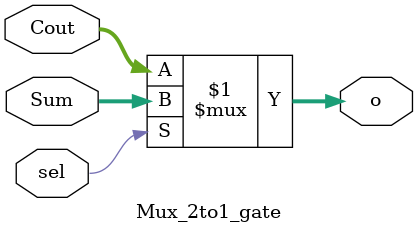
<source format=v>
`timescale 1ns / 1ps


module Mux_2to1_gate(Cout, Sum, sel, o);
    input [3:0] Cout;
    input [3:0] Sum;
    input sel;
    output [3:0] o;
    
    assign o = sel ? Sum : Cout;

    
endmodule

</source>
